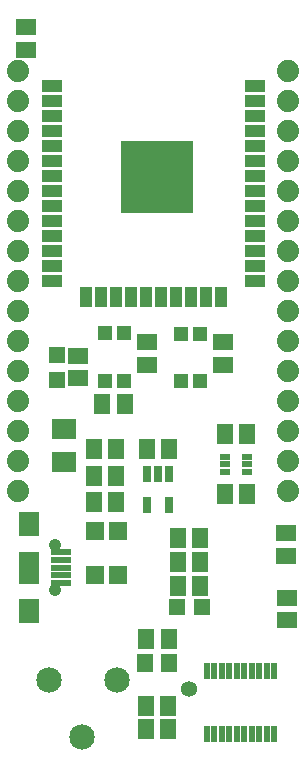
<source format=gts>
G75*
%MOIN*%
%OFA0B0*%
%FSLAX25Y25*%
%IPPOS*%
%LPD*%
%AMOC8*
5,1,8,0,0,1.08239X$1,22.5*
%
%ADD10R,0.05682X0.06706*%
%ADD11R,0.02965X0.05524*%
%ADD12R,0.05524X0.05524*%
%ADD13R,0.06706X0.05682*%
%ADD14R,0.06706X0.04343*%
%ADD15R,0.04343X0.06706*%
%ADD16R,0.24422X0.24422*%
%ADD17R,0.05524X0.05918*%
%ADD18R,0.04737X0.04737*%
%ADD19R,0.06312X0.06312*%
%ADD20C,0.07400*%
%ADD21R,0.02300X0.05300*%
%ADD22R,0.03398X0.01981*%
%ADD23C,0.08477*%
%ADD24R,0.07887X0.07099*%
%ADD25R,0.06509X0.02375*%
%ADD26C,0.04146*%
%ADD27R,0.06693X0.07874*%
%ADD28R,0.06693X0.10630*%
%ADD29C,0.05359*%
D10*
X0051230Y0092900D03*
X0051230Y0101400D03*
X0051230Y0110400D03*
X0058710Y0110400D03*
X0058710Y0101400D03*
X0058710Y0092900D03*
X0068955Y0110400D03*
X0076435Y0110400D03*
X0079255Y0080709D03*
X0079255Y0072692D03*
X0079255Y0064900D03*
X0086735Y0064900D03*
X0086735Y0072692D03*
X0086735Y0080709D03*
X0094855Y0095400D03*
X0102335Y0095400D03*
X0102335Y0115400D03*
X0094855Y0115400D03*
X0061585Y0125650D03*
X0054105Y0125650D03*
X0068705Y0047100D03*
X0076185Y0047100D03*
X0076085Y0024900D03*
X0076075Y0017150D03*
X0068605Y0024900D03*
X0068595Y0017150D03*
D11*
X0068955Y0091881D03*
X0068955Y0102119D03*
X0072695Y0102119D03*
X0076435Y0102119D03*
X0076435Y0091881D03*
D12*
X0078861Y0057775D03*
X0087129Y0057775D03*
X0038795Y0133616D03*
X0038795Y0141884D03*
D13*
X0045895Y0141540D03*
X0045895Y0134060D03*
X0069045Y0138660D03*
X0069045Y0146140D03*
X0094345Y0146140D03*
X0094345Y0138660D03*
X0115345Y0082390D03*
X0115345Y0074910D03*
X0115595Y0060890D03*
X0115595Y0053410D03*
X0028595Y0243660D03*
X0028595Y0251140D03*
D14*
X0037237Y0231585D03*
X0037237Y0226585D03*
X0037237Y0221585D03*
X0037237Y0216585D03*
X0037237Y0211585D03*
X0037237Y0206585D03*
X0037237Y0201585D03*
X0037237Y0196585D03*
X0037237Y0191585D03*
X0037237Y0186585D03*
X0037237Y0181585D03*
X0037237Y0176585D03*
X0037237Y0171585D03*
X0037237Y0166585D03*
X0104953Y0166585D03*
X0104953Y0171585D03*
X0104953Y0176585D03*
X0104953Y0181585D03*
X0104953Y0186585D03*
X0104953Y0191585D03*
X0104953Y0196585D03*
X0104953Y0201585D03*
X0104953Y0206585D03*
X0104953Y0211585D03*
X0104953Y0216585D03*
X0104953Y0221585D03*
X0104953Y0226585D03*
X0104953Y0231585D03*
D15*
X0093654Y0161113D03*
X0088654Y0161113D03*
X0083654Y0161113D03*
X0078654Y0161113D03*
X0073654Y0161113D03*
X0068654Y0161113D03*
X0063654Y0161113D03*
X0058654Y0161113D03*
X0053654Y0161113D03*
X0048654Y0161113D03*
D16*
X0072434Y0201270D03*
D17*
X0076345Y0039100D03*
X0068345Y0039100D03*
D18*
X0061195Y0133276D03*
X0054896Y0133276D03*
X0054896Y0149024D03*
X0061195Y0149024D03*
X0080196Y0148774D03*
X0086495Y0148774D03*
X0086495Y0133026D03*
X0080196Y0133026D03*
D19*
X0059195Y0083183D03*
X0059195Y0068617D03*
X0051570Y0068617D03*
X0051570Y0083183D03*
D20*
X0026095Y0096400D03*
X0026095Y0106400D03*
X0026095Y0116400D03*
X0026095Y0126400D03*
X0026095Y0136400D03*
X0026095Y0146400D03*
X0026095Y0156400D03*
X0026095Y0166400D03*
X0026095Y0176400D03*
X0026095Y0186400D03*
X0026095Y0196400D03*
X0026095Y0206400D03*
X0026095Y0216400D03*
X0026095Y0226400D03*
X0026095Y0236400D03*
X0116095Y0236400D03*
X0116095Y0226400D03*
X0116095Y0216400D03*
X0116095Y0206400D03*
X0116095Y0196400D03*
X0116095Y0186400D03*
X0116095Y0176400D03*
X0116095Y0166400D03*
X0116095Y0156400D03*
X0116095Y0146400D03*
X0116095Y0136400D03*
X0116095Y0126400D03*
X0116095Y0116400D03*
X0116095Y0106400D03*
X0116095Y0096400D03*
D21*
X0111345Y0036450D03*
X0108845Y0036450D03*
X0106345Y0036450D03*
X0103845Y0036450D03*
X0101345Y0036450D03*
X0098845Y0036450D03*
X0096345Y0036450D03*
X0093845Y0036450D03*
X0091345Y0036450D03*
X0088845Y0036450D03*
X0088845Y0015350D03*
X0091345Y0015350D03*
X0093845Y0015350D03*
X0096345Y0015350D03*
X0098845Y0015350D03*
X0101345Y0015350D03*
X0103845Y0015350D03*
X0106345Y0015350D03*
X0108845Y0015350D03*
X0111345Y0015350D03*
D22*
X0102217Y0102841D03*
X0102217Y0105400D03*
X0102217Y0107959D03*
X0094973Y0107959D03*
X0094973Y0105400D03*
X0094973Y0102841D03*
D23*
X0059032Y0033400D03*
X0047221Y0014502D03*
X0036198Y0033400D03*
D24*
X0041395Y0106288D03*
X0041395Y0117312D03*
D25*
X0040423Y0076018D03*
X0040423Y0073459D03*
X0040423Y0070900D03*
X0040423Y0068341D03*
X0040423Y0065782D03*
D26*
X0038357Y0063420D03*
X0038357Y0078380D03*
D27*
X0029695Y0056396D03*
X0029695Y0085404D03*
D28*
X0029695Y0070900D03*
D29*
X0082845Y0030650D03*
M02*

</source>
